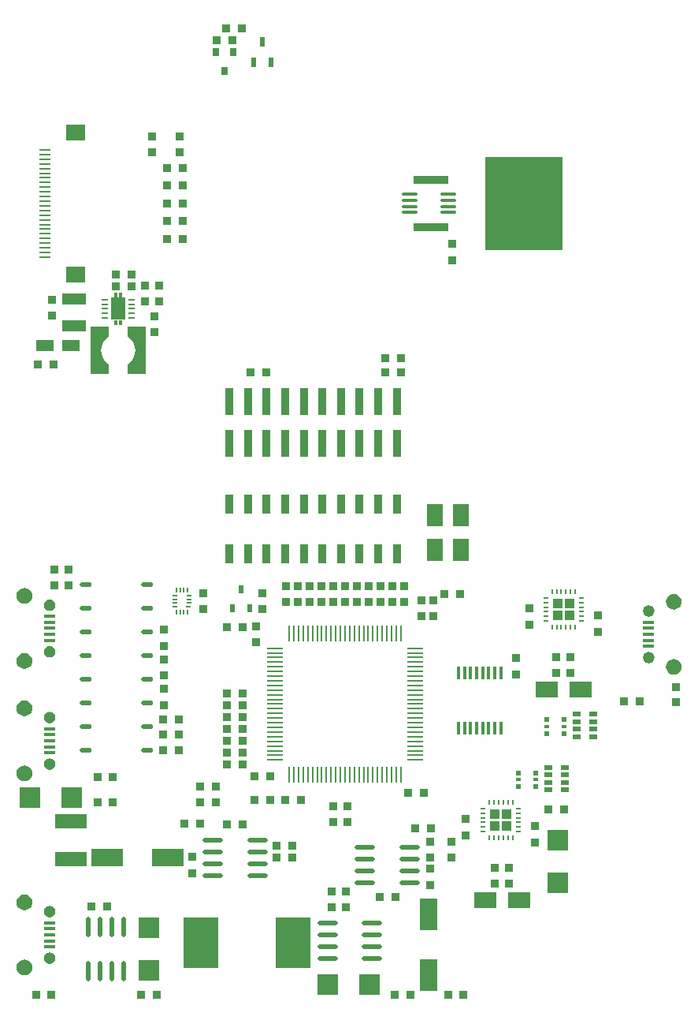
<source format=gbr>
%FSDAX24Y24*%
%MOIN*%
%SFA1B1*%

%IPPOS*%
%ADD83R,0.040000X0.040000*%
%ADD84R,0.088600X0.088600*%
%ADD85R,0.088600X0.088600*%
%ADD86R,0.033400X0.037400*%
%ADD87R,0.021600X0.021600*%
%ADD88R,0.021600X0.013700*%
%ADD89R,0.033400X0.021600*%
%ADD90R,0.037400X0.033400*%
%ADD91O,0.051200X0.021600*%
%ADD92R,0.037400X0.037400*%
%ADD93R,0.037400X0.037400*%
%ADD94R,0.015700X0.053100*%
%ADD95R,0.038200X0.083000*%
%ADD97R,0.096400X0.070400*%
%ADD98R,0.021600X0.007800*%
%ADD99R,0.007800X0.021600*%
%ADD100O,0.084600X0.021600*%
%ADD101R,0.135800X0.076700*%
%ADD102O,0.021600X0.084600*%
%ADD103O,0.009800X0.068900*%
%ADD104O,0.068900X0.009800*%
%ADD105R,0.021600X0.037400*%
%ADD106R,0.076700X0.135800*%
%ADD107R,0.149600X0.214500*%
%ADD108R,0.006900X0.020200*%
%ADD109R,0.020200X0.006900*%
%ADD110R,0.024100X0.006900*%
%ADD111R,0.070400X0.096400*%
%ADD112R,0.051200X0.013700*%
%ADD113R,0.131900X0.061000*%
%ADD114R,0.149600X0.035400*%
%ADD115R,0.328700X0.395600*%
%ADD116R,0.038200X0.117100*%
%ADD117R,0.076700X0.045200*%
%ADD118R,0.104300X0.049200*%
%ADD119O,0.064900X0.015700*%
%ADD120R,0.029500X0.033400*%
%ADD121R,0.021600X0.043300*%
%ADD122R,0.063000X0.092500*%
%ADD123R,0.031500X0.009000*%
%ADD124R,0.037400X0.076700*%
%ADD125R,0.084600X0.068900*%
%ADD126R,0.047200X0.009800*%
%LNarray-1*%
%LPD*%
G36*
X011791Y020536D02*
X011869Y020485D01*
X011921Y020407*
X011939Y020316*
X011921Y020224*
X011869Y020147*
X011791Y020095*
X011700Y020077*
X011609Y020095*
X011531Y020147*
X011479Y020224*
X011461Y020316*
X011479Y020407*
X011531Y020485*
X011609Y020536*
X011700Y020555*
X011791Y020536*
G37*
G36*
X010723Y020242D02*
X010803Y020209D01*
X010871Y020156*
X010924Y020088*
X010957Y020008*
X010968Y019922*
X010957Y019836*
X010924Y019757*
X010871Y019688*
X010803Y019635*
X010723Y019602*
X010637Y019591*
X010551Y019602*
X010471Y019635*
X010403Y019688*
X010350Y019757*
X010317Y019836*
X010306Y019922*
X010317Y020008*
X010350Y020088*
X010403Y020156*
X010471Y020209*
X010551Y020242*
X010637Y020253*
X010723Y020242*
G37*
G36*
Y022998D02*
X010803Y022965D01*
X010871Y022912*
X010924Y022843*
X010957Y022764*
X010968Y022678*
X010957Y022592*
X010924Y022512*
X010871Y022444*
X010803Y022391*
X010723Y022358*
X010637Y022347*
X010551Y022358*
X010471Y022391*
X010403Y022444*
X010350Y022512*
X010317Y022592*
X010306Y022678*
X010317Y022764*
X010350Y022843*
X010403Y022912*
X010471Y022965*
X010551Y022998*
X010637Y023009*
X010723Y022998*
G37*
G36*
X011791Y022505D02*
X011869Y022453D01*
X011921Y022376*
X011939Y022284*
X011921Y022193*
X011869Y022115*
X011791Y022064*
X011700Y022045*
X011609Y022064*
X011531Y022115*
X011479Y022193*
X011461Y022284*
X011479Y022376*
X011531Y022453*
X011609Y022505*
X011700Y022523*
X011791Y022505*
G37*
G36*
Y012336D02*
X011869Y012285D01*
X011921Y012207*
X011939Y012116*
X011921Y012024*
X011869Y011947*
X011791Y011895*
X011700Y011877*
X011609Y011895*
X011531Y011947*
X011479Y012024*
X011461Y012116*
X011479Y012207*
X011531Y012285*
X011609Y012336*
X011700Y012355*
X011791Y012336*
G37*
G36*
X010723Y012042D02*
X010803Y012009D01*
X010871Y011956*
X010924Y011888*
X010957Y011808*
X010968Y011722*
X010957Y011636*
X010924Y011557*
X010871Y011488*
X010803Y011435*
X010723Y011402*
X010637Y011391*
X010551Y011402*
X010471Y011435*
X010403Y011488*
X010350Y011557*
X010317Y011636*
X010306Y011722*
X010317Y011808*
X010350Y011888*
X010403Y011956*
X010471Y012009*
X010551Y012042*
X010637Y012053*
X010723Y012042*
G37*
G36*
Y014798D02*
X010803Y014765D01*
X010871Y014712*
X010924Y014643*
X010957Y014564*
X010968Y014478*
X010957Y014392*
X010924Y014312*
X010871Y014244*
X010803Y014191*
X010723Y014158*
X010637Y014147*
X010551Y014158*
X010471Y014191*
X010403Y014244*
X010350Y014312*
X010317Y014392*
X010306Y014478*
X010317Y014564*
X010350Y014643*
X010403Y014712*
X010471Y014765*
X010551Y014798*
X010637Y014809*
X010723Y014798*
G37*
G36*
X011791Y014305D02*
X011869Y014253D01*
X011921Y014176*
X011939Y014084*
X011921Y013993*
X011869Y013915*
X011791Y013864*
X011700Y013845*
X011609Y013864*
X011531Y013915*
X011479Y013993*
X011461Y014084*
X011479Y014176*
X011531Y014253*
X011609Y014305*
X011700Y014323*
X011791Y014305*
G37*
G36*
Y027255D02*
X011869Y027203D01*
X011921Y027126*
X011939Y027034*
X011921Y026943*
X011869Y026865*
X011791Y026814*
X011700Y026795*
X011609Y026814*
X011531Y026865*
X011479Y026943*
X011461Y027034*
X011479Y027126*
X011531Y027203*
X011609Y027255*
X011700Y027273*
X011791Y027255*
G37*
G36*
X037141Y027005D02*
X037219Y026953D01*
X037271Y026876*
X037289Y026784*
X037271Y026693*
X037219Y026615*
X037141Y026564*
X037050Y026545*
X036959Y026564*
X036881Y026615*
X036829Y026693*
X036811Y026784*
X036829Y026876*
X036881Y026953*
X036959Y027005*
X037050Y027023*
X037141Y027005*
G37*
G36*
X010723Y027748D02*
X010803Y027715D01*
X010871Y027662*
X010924Y027593*
X010957Y027514*
X010968Y027428*
X010957Y027342*
X010924Y027262*
X010871Y027194*
X010803Y027141*
X010723Y027108*
X010637Y027097*
X010551Y027108*
X010471Y027141*
X010403Y027194*
X010350Y027262*
X010317Y027342*
X010306Y027428*
X010317Y027514*
X010350Y027593*
X010403Y027662*
X010471Y027715*
X010551Y027748*
X010637Y027759*
X010723Y027748*
G37*
G36*
X038199Y027498D02*
X038279Y027465D01*
X038347Y027412*
X038400Y027343*
X038433Y027264*
X038444Y027178*
X038433Y027092*
X038400Y027012*
X038347Y026944*
X038279Y026891*
X038199Y026858*
X038113Y026847*
X038027Y026858*
X037947Y026891*
X037879Y026944*
X037826Y027012*
X037793Y027092*
X037782Y027178*
X037793Y027264*
X037826Y027343*
X037879Y027412*
X037947Y027465*
X038027Y027498*
X038113Y027509*
X038199Y027498*
G37*
G36*
X010723Y024992D02*
X010803Y024959D01*
X010871Y024906*
X010924Y024838*
X010957Y024758*
X010968Y024672*
X010957Y024586*
X010924Y024507*
X010871Y024438*
X010803Y024385*
X010723Y024352*
X010637Y024341*
X010551Y024352*
X010471Y024385*
X010403Y024438*
X010350Y024507*
X010317Y024586*
X010306Y024672*
X010317Y024758*
X010350Y024838*
X010403Y024906*
X010471Y024959*
X010551Y024992*
X010637Y025003*
X010723Y024992*
G37*
G36*
X038199Y024742D02*
X038279Y024709D01*
X038347Y024656*
X038400Y024588*
X038433Y024508*
X038444Y024422*
X038433Y024336*
X038400Y024257*
X038347Y024188*
X038279Y024135*
X038199Y024102*
X038113Y024091*
X038027Y024102*
X037947Y024135*
X037879Y024188*
X037826Y024257*
X037793Y024336*
X037782Y024422*
X037793Y024508*
X037826Y024588*
X037879Y024656*
X037947Y024709*
X038027Y024742*
X038113Y024753*
X038199Y024742*
G37*
G36*
X011791Y025286D02*
X011869Y025235D01*
X011921Y025157*
X011939Y025066*
X011921Y024974*
X011869Y024897*
X011791Y024845*
X011700Y024827*
X011609Y024845*
X011531Y024897*
X011479Y024974*
X011461Y025066*
X011479Y025157*
X011531Y025235*
X011609Y025286*
X011700Y025305*
X011791Y025286*
G37*
G36*
X037141Y025036D02*
X037219Y024985D01*
X037271Y024907*
X037289Y024816*
X037271Y024724*
X037219Y024647*
X037141Y024595*
X037050Y024577*
X036959Y024595*
X036881Y024647*
X036829Y024724*
X036811Y024816*
X036829Y024907*
X036881Y024985*
X036959Y025036*
X037050Y025055*
X037141Y025036*
G37*
G36*
X014446Y040219D02*
X014557D01*
Y040022*
X014446*
Y040219*
G37*
G36*
X014643D02*
X014754D01*
Y040022*
X014643*
Y040219*
G37*
G36*
X014446Y039078D02*
X014557D01*
Y038881*
X014446*
Y039078*
G37*
G36*
X014643D02*
X014754D01*
Y038881*
X014643*
Y039078*
G37*
G36*
X015004Y037202D02*
X015110Y037289D01*
X015111*
Y037290*
X015200Y037398*
Y037399*
X015201Y037400*
X015267Y037523*
Y037524*
X015268Y037525*
X015308Y037658*
Y037659*
Y037660*
X015322Y037799*
Y037800*
Y037801*
X015308Y037940*
Y037941*
Y037942*
X015268Y038075*
X015267Y038076*
Y038077*
X015201Y038200*
X015200Y038201*
Y038202*
X015111Y038310*
Y038311*
X015110*
X015004Y038398*
Y038814*
X015771*
Y036786*
X015004*
Y037202*
G37*
G36*
X013429Y038814D02*
X014196D01*
Y038398*
X014090Y038311*
X014089*
Y038310*
X014000Y038202*
Y038201*
X013999Y038200*
X013933Y038077*
Y038076*
X013932Y038075*
X013892Y037942*
Y037941*
Y037940*
X013878Y037801*
Y037800*
Y037799*
X013892Y037660*
Y037659*
Y037658*
X013932Y037525*
X013933Y037524*
Y037523*
X013999Y037400*
X014000Y037399*
Y037398*
X014089Y037290*
Y037289*
X014090*
X014196Y037202*
Y036786*
X013429*
Y038814*
G37*
G54D83*
X033700Y026600D03*
X033200D03*
Y027100D03*
X033700D03*
X031050Y017700D03*
X030550D03*
Y018200D03*
X031050D03*
G54D84*
X033200Y015314D03*
Y017086D03*
X015900Y013386D03*
Y011614D03*
G54D85*
X012636Y018900D03*
X010864D03*
X025236Y011000D03*
X023464D03*
G54D86*
X033485Y018400D03*
X032815D03*
X016515Y021550D03*
X017185D03*
Y022200D03*
X016515D03*
Y020900D03*
X017185D03*
X026865Y019100D03*
X027535D03*
X019885Y022300D03*
X019215D03*
X019885Y022800D03*
X019215D03*
X019885Y023300D03*
X019215D03*
X027165Y017600D03*
X027835D03*
X019885Y021800D03*
X019215D03*
X036685Y022950D03*
X036015D03*
X018065Y018700D03*
X018735D03*
X018065Y019350D03*
X018735D03*
X026315Y010550D03*
X026985D03*
X019885Y020300D03*
X019215D03*
X022335Y018800D03*
X021665D03*
X019885Y026100D03*
X019215D03*
X019885Y021300D03*
X019215D03*
X019885Y020800D03*
X019215D03*
X021035Y019800D03*
X020365D03*
X021035Y018800D03*
X020365D03*
X015565Y010550D03*
X016235D03*
X018085Y017800D03*
X017415D03*
X014135Y014300D03*
X013465D03*
X019885Y017750D03*
X019215D03*
X026335Y014700D03*
X025665D03*
X021985Y016350D03*
X021315D03*
Y016850D03*
X021985D03*
X028415Y027500D03*
X029085D03*
X019165Y051400D03*
X019835D03*
X018765Y050900D03*
X019435D03*
X025915Y037450D03*
X026585D03*
X025915Y036850D03*
X026585D03*
X017335Y044750D03*
X016665D03*
X011885Y037200D03*
X011215D03*
X017335Y045500D03*
X016665D03*
X020885Y036850D03*
X020215D03*
X017335Y043250D03*
X016665D03*
X017335Y044000D03*
X016665D03*
X017335Y042500D03*
X016665D03*
X014515Y041000D03*
X015185D03*
Y040500D03*
X014515D03*
G54D87*
X031546Y019945D03*
Y019355D03*
X032254D03*
Y019945D03*
X032746Y022195D03*
Y021605D03*
X033454D03*
Y022195D03*
G54D88*
X031546Y019650D03*
X032254D03*
X032746Y021900D03*
X033454D03*
G54D89*
X032796Y020172D03*
Y019857D03*
Y019543D03*
Y019228D03*
X033504Y020172D03*
Y019857D03*
Y019543D03*
Y019228D03*
X033996Y022422D03*
Y022107D03*
Y021793D03*
Y021478D03*
X034704Y022422D03*
Y022107D03*
Y021793D03*
Y021478D03*
G54D90*
X012500Y028535D03*
Y027865D03*
X011900Y028535D03*
Y027865D03*
X031450Y024785D03*
Y024115D03*
X026700Y027165D03*
Y027835D03*
X025200D03*
Y027165D03*
X025700Y027835D03*
Y027165D03*
X024700Y027835D03*
Y027165D03*
X026200Y027835D03*
Y027165D03*
X028700Y017035D03*
Y016365D03*
X020700Y026865D03*
Y027535D03*
X023200Y027165D03*
Y027835D03*
X024300Y018535D03*
Y017865D03*
X023700Y018535D03*
Y017865D03*
X021700Y027165D03*
Y027835D03*
X027450Y027235D03*
Y026565D03*
X022200Y027165D03*
Y027835D03*
X022700Y027165D03*
Y027835D03*
X031150Y015935D03*
Y015265D03*
X030550Y015935D03*
Y015265D03*
X032000Y026885D03*
Y026215D03*
X033750Y024835D03*
Y024165D03*
X033150Y024835D03*
Y024165D03*
X027950Y027235D03*
Y026565D03*
X020450Y025465D03*
Y026135D03*
X029300Y017985D03*
Y017315D03*
X024200Y027165D03*
Y027835D03*
X032250Y017685D03*
Y017015D03*
X023700Y027165D03*
Y027835D03*
X034900Y026585D03*
Y025915D03*
X016550Y025985D03*
Y025315D03*
Y022815D03*
Y023485D03*
Y024735D03*
Y024065D03*
X018200Y026865D03*
Y027535D03*
X017750Y015715D03*
Y016385D03*
X023650Y014935D03*
Y014265D03*
X024250D03*
Y014935D03*
X027800Y015215D03*
Y015885D03*
Y016365D03*
Y017035D03*
X028750Y041615D03*
Y042285D03*
X011800Y039935D03*
Y039265D03*
X015750Y039865D03*
Y040535D03*
X016350Y039865D03*
Y040535D03*
X016150Y039235D03*
Y038565D03*
X016050Y046835D03*
Y046165D03*
X017200Y046835D03*
Y046165D03*
G54D91*
X015849Y020900D03*
Y021900D03*
X013251Y020900D03*
Y021900D03*
X015849Y026900D03*
Y027900D03*
X013251Y026900D03*
Y027900D03*
X015849Y024900D03*
Y025900D03*
X013251Y024900D03*
Y025900D03*
X015849Y022900D03*
Y023900D03*
X013251Y022900D03*
Y023900D03*
G54D92*
X029215Y010550D03*
X028585D03*
X014365Y019750D03*
X013735D03*
X014365Y018700D03*
X013735D03*
X011765Y010550D03*
X011135D03*
G54D93*
X038200Y023565D03*
Y022935D03*
G54D94*
X029004Y021839D03*
X029260D03*
X029516D03*
X029772D03*
X030028D03*
X030284D03*
X030540D03*
X030796D03*
X029004Y024161D03*
X029260D03*
X029516D03*
X029772D03*
X030028D03*
X030284D03*
X030540D03*
X030796D03*
G54D95*
X019307Y029205D03*
X020094D03*
X020882D03*
X021669D03*
X022456D03*
X023244D03*
X024031D03*
X024818D03*
X025606D03*
X026393D03*
X019307Y031295D03*
X020094D03*
X020882D03*
X021669D03*
X022456D03*
X023244D03*
X024031D03*
X024818D03*
X025606D03*
X026393D03*
G54D97*
X030122Y014550D03*
X031578D03*
X032722Y023450D03*
X034178D03*
G54D98*
X034198Y026358D03*
Y026555D03*
Y026752D03*
Y026948D03*
Y027145D03*
Y027342D03*
X032702D03*
Y027145D03*
Y026948D03*
Y026752D03*
Y026555D03*
Y026358D03*
X031548Y017458D03*
Y017655D03*
Y017852D03*
Y018048D03*
Y018245D03*
Y018442D03*
X030052D03*
Y018245D03*
Y018048D03*
Y017852D03*
Y017655D03*
Y017458D03*
G54D99*
X033942Y027598D03*
X033745D03*
X033548D03*
X033352D03*
X033155D03*
X032958D03*
Y026102D03*
X033155D03*
X033352D03*
X033548D03*
X033745D03*
X033942D03*
X031292Y018698D03*
X031095D03*
X030898D03*
X030702D03*
X030505D03*
X030308D03*
Y017202D03*
X030505D03*
X030702D03*
X030898D03*
X031095D03*
X031292D03*
G54D100*
X023455Y013600D03*
Y013100D03*
Y012600D03*
Y012100D03*
X025345Y013600D03*
Y013100D03*
Y012600D03*
Y012100D03*
X018605Y017100D03*
Y016600D03*
Y016100D03*
Y015600D03*
X020495Y017100D03*
Y016600D03*
Y016100D03*
Y015600D03*
X026935Y015300D03*
Y015800D03*
Y016300D03*
Y016800D03*
X025045Y015300D03*
Y015800D03*
Y016300D03*
Y016800D03*
G54D101*
X014150Y016350D03*
X016700D03*
G54D102*
X014850Y013445D03*
X014350D03*
X013850D03*
X013350D03*
X014850Y011555D03*
X014350D03*
X013850D03*
X013350D03*
G54D103*
X026562Y019878D03*
X026365D03*
X026168D03*
X025972D03*
X025775D03*
X025578D03*
X025381D03*
X025184D03*
X024987D03*
X024791D03*
X024594D03*
X024397D03*
X024200D03*
X024003D03*
X023806D03*
X023609D03*
X023413D03*
X023216D03*
X023019D03*
X022822D03*
X022625D03*
X022428D03*
X022232D03*
X022035D03*
X021838D03*
Y025822D03*
X022035D03*
X022232D03*
X022428D03*
X022625D03*
X022822D03*
X023019D03*
X023216D03*
X023413D03*
X023609D03*
X023806D03*
X024003D03*
X024200D03*
X024397D03*
X024594D03*
X024791D03*
X024987D03*
X025184D03*
X025381D03*
X025578D03*
X025775D03*
X025972D03*
X026168D03*
X026365D03*
X026562D03*
G54D104*
X021228Y020488D03*
Y020685D03*
Y020882D03*
Y021078D03*
Y021275D03*
Y021472D03*
Y021669D03*
Y021866D03*
Y022063D03*
Y022259D03*
Y022456D03*
Y022653D03*
Y022850D03*
Y023047D03*
Y023244D03*
Y023441D03*
Y023637D03*
Y023834D03*
Y024031D03*
Y024228D03*
Y024425D03*
Y024622D03*
Y024818D03*
Y025015D03*
Y025212D03*
X027172D03*
Y025015D03*
Y024818D03*
Y024622D03*
Y024425D03*
Y024228D03*
Y024031D03*
Y023834D03*
Y023637D03*
Y023441D03*
Y023244D03*
Y023047D03*
Y022850D03*
Y022653D03*
Y022456D03*
Y022259D03*
Y022063D03*
Y021866D03*
Y021669D03*
Y021472D03*
Y021275D03*
Y021078D03*
Y020882D03*
Y020685D03*
Y020488D03*
G54D105*
X019426Y026906D03*
X020174D03*
X019800Y027694D03*
G54D106*
X027750Y011400D03*
Y013950D03*
G54D107*
X022009Y012750D03*
X018091D03*
G54D108*
X017536Y026740D03*
X017379D03*
X017221D03*
X017064D03*
Y027660D03*
X017221D03*
X017379D03*
X017536D03*
G54D109*
X016997Y026964D03*
Y027121D03*
Y027279D03*
Y027436D03*
X017603D03*
Y027279D03*
Y027121D03*
G54D110*
X017583Y026964D03*
G54D111*
X028000Y029372D03*
Y030828D03*
X029100Y029372D03*
Y030828D03*
G54D112*
X037050Y026056D03*
Y025800D03*
Y025544D03*
Y026312D03*
Y025288D03*
X011700Y025794D03*
Y026050D03*
Y026306D03*
Y025538D03*
Y026562D03*
Y021044D03*
Y021300D03*
Y021556D03*
Y020788D03*
Y021812D03*
Y012844D03*
Y013100D03*
Y013356D03*
Y012588D03*
Y013612D03*
G54D113*
X012600Y016313D03*
Y017887D03*
G54D114*
X027848Y045000D03*
Y043000D03*
G54D115*
X031766Y044000D03*
G54D116*
X019307Y033855D03*
X020094D03*
X020881D03*
X021669D03*
X022456D03*
X023244D03*
X024031D03*
X024818D03*
X025606D03*
X026393D03*
X019307Y035645D03*
X020094D03*
X020881D03*
X021669D03*
X022456D03*
X023244D03*
X024031D03*
X024818D03*
X025606D03*
X026393D03*
G54D117*
X011499Y038000D03*
X012601D03*
G54D118*
X012750Y038829D03*
Y039971D03*
G54D119*
X026923Y044384D03*
Y044128D03*
Y043872D03*
Y043616D03*
X028577Y044384D03*
Y044128D03*
Y043872D03*
Y043616D03*
G54D120*
X019100Y049606D03*
X018726Y050394D03*
X019474D03*
G54D121*
X020700Y050843D03*
X021074Y049957D03*
X020326D03*
G54D122*
X014600Y039550D03*
G54D123*
X014019Y039944D03*
Y039747D03*
Y039550D03*
Y039353D03*
Y039156D03*
X015181Y039944D03*
Y039747D03*
Y039550D03*
Y039353D03*
Y039156D03*
G54D124*
X013616Y037800D03*
X015584D03*
G54D125*
X012809Y047012D03*
Y040988D03*
G54D126*
X011500Y043114D03*
Y042917D03*
Y042720D03*
Y042524D03*
Y042327D03*
Y042130D03*
Y041933D03*
Y041736D03*
Y043311D03*
Y043508D03*
Y043705D03*
Y043902D03*
Y044098D03*
Y044295D03*
Y044492D03*
Y044689D03*
Y044886D03*
Y045083D03*
Y045280D03*
Y045476D03*
Y045673D03*
Y045870D03*
Y046067D03*
Y046264D03*
M02*
</source>
